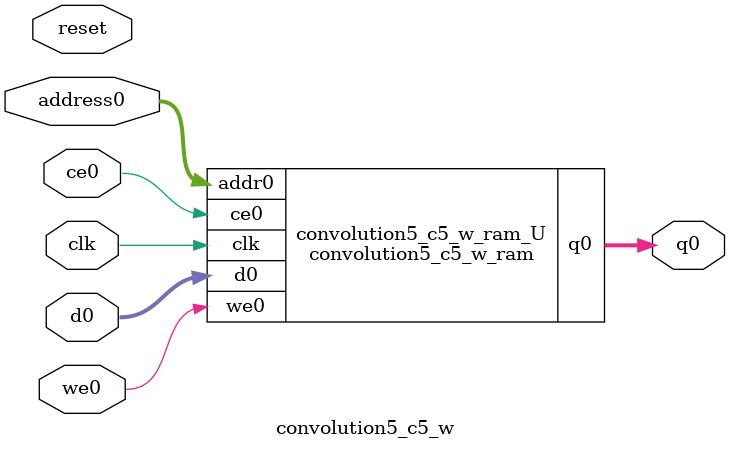
<source format=v>

`timescale 1 ns / 1 ps
module convolution5_c5_w_ram (addr0, ce0, d0, we0, q0,  clk);

parameter DWIDTH = 32;
parameter AWIDTH = 16;
parameter MEM_SIZE = 48000;

input[AWIDTH-1:0] addr0;
input ce0;
input[DWIDTH-1:0] d0;
input we0;
output reg[DWIDTH-1:0] q0;
input clk;

(* ram_style = "block" *)reg [DWIDTH-1:0] ram[0:MEM_SIZE-1];




always @(posedge clk)  
begin 
    if (ce0) 
    begin
        if (we0) 
        begin 
            ram[addr0] <= d0; 
            q0 <= d0;
        end 
        else 
            q0 <= ram[addr0];
    end
end


endmodule


`timescale 1 ns / 1 ps
module convolution5_c5_w(
    reset,
    clk,
    address0,
    ce0,
    we0,
    d0,
    q0);

parameter DataWidth = 32'd32;
parameter AddressRange = 32'd48000;
parameter AddressWidth = 32'd16;
input reset;
input clk;
input[AddressWidth - 1:0] address0;
input ce0;
input we0;
input[DataWidth - 1:0] d0;
output[DataWidth - 1:0] q0;



convolution5_c5_w_ram convolution5_c5_w_ram_U(
    .clk( clk ),
    .addr0( address0 ),
    .ce0( ce0 ),
    .d0( d0 ),
    .we0( we0 ),
    .q0( q0 ));

endmodule


</source>
